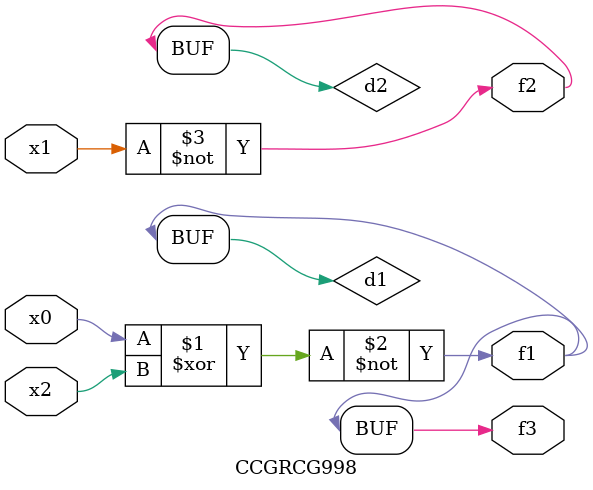
<source format=v>
module CCGRCG998(
	input x0, x1, x2,
	output f1, f2, f3
);

	wire d1, d2, d3;

	xnor (d1, x0, x2);
	nand (d2, x1);
	nor (d3, x1, x2);
	assign f1 = d1;
	assign f2 = d2;
	assign f3 = d1;
endmodule

</source>
